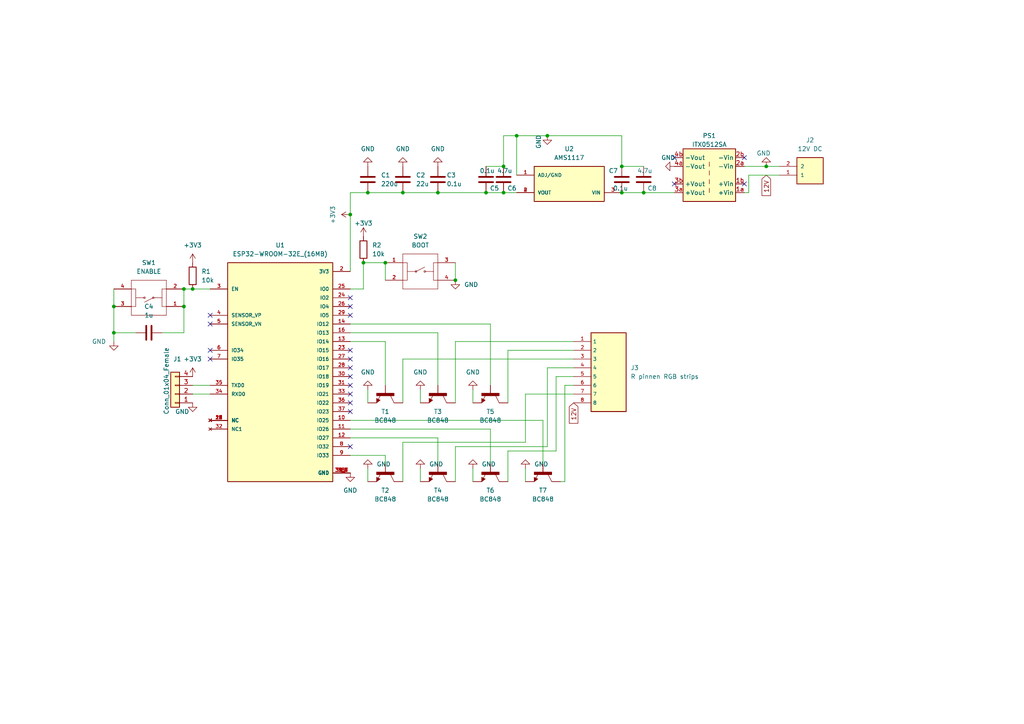
<source format=kicad_sch>
(kicad_sch (version 20211123) (generator eeschema)
  (paper "A4")
  (lib_symbols
    (symbol "1825910-6:1825910-6" (pin_names (offset 1.016) hide)
      (property "Reference" "SW" (at -5.08 5.842 0))
      (property "Value" "1825910-6" (at -5.08 -7.62 0))
      (symbol "1825910-6_0_0"
        (circle (center -1.27 0) (radius 0.254) (stroke (width 0.127)))
        (polyline (pts (xy -5.08 -5.08) (xy 5.08 -5.08)) (stroke (width 0.127)))
        (polyline (pts (xy -5.08 -2.54) (xy -5.08 -5.08)) (stroke (width 0.127)))
        (polyline (pts (xy -5.08 2.54) (xy -5.08 -2.54)) (stroke (width 0.127)))
        (polyline (pts (xy -5.08 2.54) (xy -3.81 2.54)) (stroke (width 0.127)))
        (polyline (pts (xy -5.08 5.08) (xy -5.08 2.54)) (stroke (width 0.127)))
        (polyline (pts (xy -5.08 5.08) (xy 5.08 5.08)) (stroke (width 0.127)))
        (polyline (pts (xy -3.81 -2.54) (xy -5.08 -2.54)) (stroke (width 0.127)))
        (polyline (pts (xy -3.81 0) (xy -3.81 -2.54)) (stroke (width 0.127)))
        (polyline (pts (xy -3.81 0) (xy -1.27 0)) (stroke (width 0.127)))
        (polyline (pts (xy -3.81 2.54) (xy -3.81 0)) (stroke (width 0.127)))
        (polyline (pts (xy -1.27 0) (xy 1.27 1.27)) (stroke (width 0.127)))
        (polyline (pts (xy 1.27 0) (xy 3.81 0)) (stroke (width 0.127)))
        (polyline (pts (xy 3.81 -2.54) (xy 5.08 -2.54)) (stroke (width 0.127)))
        (polyline (pts (xy 3.81 0) (xy 3.81 -2.54)) (stroke (width 0.127)))
        (polyline (pts (xy 3.81 0) (xy 3.81 2.54)) (stroke (width 0.127)))
        (polyline (pts (xy 3.81 2.54) (xy 5.08 2.54)) (stroke (width 0.127)))
        (polyline (pts (xy 5.08 -2.54) (xy 5.08 -5.08)) (stroke (width 0.127)))
        (polyline (pts (xy 5.08 2.54) (xy 5.08 -2.54)) (stroke (width 0.127)))
        (polyline (pts (xy 5.08 5.08) (xy 5.08 2.54)) (stroke (width 0.127)))
        (circle (center 1.27 0) (radius 0.254) (stroke (width 0.127)))
        (pin passive line (at -10.16 2.54 0) (length 5.08) (name "~") (number "1"))
        (pin passive line (at -10.16 -2.54 0) (length 5.08) (name "~") (number "2"))
        (pin passive line (at 10.16 2.54 180) (length 5.08) (name "~") (number "3"))
        (pin passive line (at 10.16 -2.54 180) (length 5.08) (name "~") (number "4"))
      )
    )
    (symbol "282841-2:282841-2" (pin_names (offset 1.016))
      (property "Reference" "J" (at 0 10.16 0))
      (property "Value" "282841-2" (at 0 -7.62 0))
      (symbol "282841-2_0_0"
        (rectangle (start -5.08 -2.54) (end 2.54 5.08) (stroke (width 0.254)) (fill (type background)))
        (pin passive line (at -10.16 2.54 0) (length 5.08) (name "1") (number "1"))
        (pin passive line (at -10.16 0 0) (length 5.08) (name "2") (number "2"))
      )
    )
    (symbol "282841-5:8_pin_connector"
      (property "Reference" "U" (at -5.08 12.7 0))
      (property "Value" "8_pin_connector" (at 0 -13.97 0))
      (symbol "8_pin_connector_0_0"
        (pin passive line (at -10.16 8.89 0) (length 5.08) (name "1") (number "1"))
        (pin passive line (at -10.16 6.35 0) (length 5.08) (name "2") (number "2"))
        (pin passive line (at -10.16 3.81 0) (length 5.08) (name "3") (number "3"))
        (pin passive line (at -10.16 1.27 0) (length 5.08) (name "4") (number "4"))
        (pin passive line (at -10.16 -1.27 0) (length 5.08) (name "5") (number "5"))
        (pin passive line (at -10.16 -3.81 0) (length 5.08) (name "6") (number "6"))
        (pin passive line (at -10.16 -6.35 0) (length 5.08) (name "7") (number "7"))
        (pin passive line (at -10.16 -8.89 0) (length 5.08) (name "8") (number "8"))
      )
      (symbol "8_pin_connector_0_1"
        (rectangle (start -5.08 11.43) (end 5.08 -11.43))
        (rectangle (start -5.08 11.43) (end 5.08 -11.43) (fill (type background)))
        (polyline (pts (xy -5.08 11.43) (xy -5.08 -11.43) (xy 5.08 -11.43) (xy 5.08 11.43) (xy -5.08 11.43)) (stroke (width 0.254)))
      )
    )
    (symbol "AMS1117:AMS1117" (pin_names (offset 1.016))
      (property "Reference" "U" (at -10.16 5.588 0))
      (property "Value" "AMS1117" (at -10.16 -8.128 0))
      (symbol "AMS1117_0_0"
        (rectangle (start -10.16 -5.08) (end 10.16 5.08) (stroke (width 0.254)) (fill (type background)))
        (pin power_in line (at 15.24 -2.54 180) (length 5.08) (name "ADJ/GND") (number "1"))
        (pin output line (at 15.24 2.54 180) (length 5.08) (name "VOUT") (number "2"))
        (pin input line (at -15.24 2.54 0) (length 5.08) (name "VIN") (number "3"))
        (pin output line (at 15.24 2.54 180) (length 5.08) (name "VOUT") (number "4"))
      )
    )
    (symbol "BC848:BC848" (pin_numbers hide) (pin_names (offset 1.016) hide)
      (property "Reference" "T" (at -10.1854 7.6454 0))
      (property "Value" "BC848" (at -10.16 5.08 0))
      (symbol "BC848_0_0"
        (rectangle (start -0.254 -2.54) (end 0.508 2.54) (fill (type outline)))
        (polyline (pts (xy 1.27 -2.54) (xy 1.778 -1.524)) (stroke (width 0.1524)))
        (polyline (pts (xy 1.524 -2.413) (xy 2.286 -2.413)) (stroke (width 0.254)))
        (polyline (pts (xy 1.524 -2.286) (xy 1.905 -2.286)) (stroke (width 0.254)))
        (polyline (pts (xy 1.5494 -2.032) (xy 0.3048 -1.4224)) (stroke (width 0.1524)))
        (polyline (pts (xy 1.778 -1.778) (xy 1.524 -2.286)) (stroke (width 0.254)))
        (polyline (pts (xy 1.778 -1.524) (xy 2.54 -2.54)) (stroke (width 0.1524)))
        (polyline (pts (xy 1.905 -2.286) (xy 1.778 -2.032)) (stroke (width 0.254)))
        (polyline (pts (xy 2.286 -2.413) (xy 1.778 -1.778)) (stroke (width 0.254)))
        (polyline (pts (xy 2.54 -2.54) (xy 1.27 -2.54)) (stroke (width 0.1524)))
        (polyline (pts (xy 2.54 2.54) (xy 0.508 1.524)) (stroke (width 0.1524)))
        (pin passive line (at -2.54 0 0) (length 2.54) (name "~") (number "1"))
        (pin passive line (at 2.54 -5.08 90) (length 2.54) (name "~") (number "2"))
        (pin passive line (at 2.54 5.08 270) (length 2.54) (name "~") (number "3"))
      )
    )
    (symbol "Connector_Generic:Conn_01x04" (pin_names (offset 1.016) hide)
      (property "Reference" "J" (at 0 5.08 0))
      (property "Value" "Conn_01x04" (at 0 -7.62 0))
      (symbol "Conn_01x04_1_1"
        (rectangle (start -1.27 -4.953) (end 0 -5.207) (stroke (width 0.1524)))
        (rectangle (start -1.27 -2.413) (end 0 -2.667) (stroke (width 0.1524)))
        (rectangle (start -1.27 0.127) (end 0 -0.127) (stroke (width 0.1524)))
        (rectangle (start -1.27 2.667) (end 0 2.413) (stroke (width 0.1524)))
        (rectangle (start -1.27 3.81) (end 1.27 -6.35) (stroke (width 0.254)) (fill (type background)))
        (pin passive line (at -5.08 2.54 0) (length 3.81) (name "Pin_1") (number "1"))
        (pin passive line (at -5.08 0 0) (length 3.81) (name "Pin_2") (number "2"))
        (pin passive line (at -5.08 -2.54 0) (length 3.81) (name "Pin_3") (number "3"))
        (pin passive line (at -5.08 -5.08 0) (length 3.81) (name "Pin_4") (number "4"))
      )
    )
    (symbol "Converter_DCDC:ITX0512SA"
      (property "Reference" "PS1" (at 0 -11.43 0))
      (property "Value" "ITX0512SA" (at 0 -8.89 0))
      (symbol "ITX0512SA_0_0"
        (pin power_in line (at -10.16 5.08 0) (length 2.54) (name "+Vin") (number "1a"))
        (pin power_in line (at -10.16 2.54 0) (length 2.54) (name "+Vin") (number "1b"))
        (pin power_in line (at -10.16 -2.54 0) (length 2.54) (name "-Vin") (number "2a"))
        (pin power_in line (at -10.16 -5.08 0) (length 2.54) (name "-Vin") (number "2b"))
        (pin power_out line (at 10.16 5.08 180) (length 2.54) (name "+Vout") (number "3a"))
        (pin power_out line (at 10.16 2.54 180) (length 2.54) (name "+Vout") (number "3b"))
        (pin power_out line (at 10.16 -2.54 180) (length 2.54) (name "-Vout") (number "4a"))
        (pin power_out line (at 10.16 -5.08 180) (length 2.54) (name "-Vout") (number "4b"))
      )
      (symbol "ITX0512SA_0_1"
        (rectangle (start -7.62 7.62) (end 7.62 -7.62) (stroke (width 0.254)) (fill (type background)))
        (polyline (pts (xy 0 -2.54) (xy 0 -3.81)))
        (polyline (pts (xy 0 0) (xy 0 -1.27)))
        (polyline (pts (xy 0 2.54) (xy 0 1.27)))
        (polyline (pts (xy 0 5.08) (xy 0 3.81)))
      )
    )
    (symbol "Device:C" (pin_numbers hide) (pin_names (offset 0.254))
      (property "Reference" "C" (at 0.635 2.54 0))
      (property "Value" "C" (at 0.635 -2.54 0))
      (symbol "C_0_1"
        (polyline (pts (xy -2.032 -0.762) (xy 2.032 -0.762)) (stroke (width 0.508)))
        (polyline (pts (xy -2.032 0.762) (xy 2.032 0.762)) (stroke (width 0.508)))
      )
      (symbol "C_1_1"
        (pin passive line (at 0 3.81 270) (length 2.794) (name "~") (number "1"))
        (pin passive line (at 0 -3.81 90) (length 2.794) (name "~") (number "2"))
      )
    )
    (symbol "Device:R" (pin_numbers hide) (pin_names (offset 0))
      (property "Reference" "R" (at 2.032 0 90))
      (property "Value" "R" (at 0 0 90))
      (symbol "R_0_1"
        (rectangle (start -1.016 -2.54) (end 1.016 2.54) (stroke (width 0.254)))
      )
      (symbol "R_1_1"
        (pin passive line (at 0 3.81 270) (length 1.27) (name "~") (number "1"))
        (pin passive line (at 0 -3.81 90) (length 1.27) (name "~") (number "2"))
      )
    )
    (symbol "ESP32-WROOM-32E__16MB_:ESP32-WROOM-32E_(16MB)" (pin_names (offset 1.016))
      (property "Reference" "U" (at -15.24 33.909 0))
      (property "Value" "ESP32-WROOM-32E_(16MB)" (at -15.24 -33.02 0))
      (symbol "ESP32-WROOM-32E_(16MB)_0_0"
        (rectangle (start -15.24 -30.48) (end 15.24 33.02) (stroke (width 0.254)) (fill (type background)))
        (pin power_in line (at 20.32 -27.94 180) (length 5.08) (name "GND") (number "1"))
        (pin bidirectional line (at 20.32 -12.7 180) (length 5.08) (name "IO25") (number "10"))
        (pin bidirectional line (at 20.32 -15.24 180) (length 5.08) (name "IO26") (number "11"))
        (pin bidirectional line (at 20.32 -17.78 180) (length 5.08) (name "IO27") (number "12"))
        (pin bidirectional line (at 20.32 10.16 180) (length 5.08) (name "IO14") (number "13"))
        (pin bidirectional line (at 20.32 15.24 180) (length 5.08) (name "IO12") (number "14"))
        (pin power_in line (at 20.32 -27.94 180) (length 5.08) (name "GND") (number "15"))
        (pin bidirectional line (at 20.32 12.7 180) (length 5.08) (name "IO13") (number "16"))
        (pin no_connect line (at -20.32 -12.7 0) (length 5.08) (name "NC") (number "17"))
        (pin no_connect line (at -20.32 -12.7 0) (length 5.08) (name "NC") (number "18"))
        (pin no_connect line (at -20.32 -12.7 0) (length 5.08) (name "NC") (number "19"))
        (pin power_in line (at 20.32 30.48 180) (length 5.08) (name "3V3") (number "2"))
        (pin no_connect line (at -20.32 -12.7 0) (length 5.08) (name "NC") (number "20"))
        (pin no_connect line (at -20.32 -12.7 0) (length 5.08) (name "NC") (number "21"))
        (pin no_connect line (at -20.32 -12.7 0) (length 5.08) (name "NC") (number "22"))
        (pin bidirectional line (at 20.32 7.62 180) (length 5.08) (name "IO15") (number "23"))
        (pin bidirectional line (at 20.32 22.86 180) (length 5.08) (name "IO2") (number "24"))
        (pin bidirectional line (at 20.32 25.4 180) (length 5.08) (name "IO0") (number "25"))
        (pin bidirectional line (at 20.32 20.32 180) (length 5.08) (name "IO4") (number "26"))
        (pin bidirectional line (at 20.32 5.08 180) (length 5.08) (name "IO16") (number "27"))
        (pin bidirectional line (at 20.32 2.54 180) (length 5.08) (name "IO17") (number "28"))
        (pin bidirectional line (at 20.32 17.78 180) (length 5.08) (name "IO5") (number "29"))
        (pin input line (at -20.32 25.4 0) (length 5.08) (name "EN") (number "3"))
        (pin bidirectional line (at 20.32 0 180) (length 5.08) (name "IO18") (number "30"))
        (pin bidirectional line (at 20.32 -2.54 180) (length 5.08) (name "IO19") (number "31"))
        (pin no_connect line (at -20.32 -15.24 0) (length 5.08) (name "NC1") (number "32"))
        (pin bidirectional line (at 20.32 -5.08 180) (length 5.08) (name "IO21") (number "33"))
        (pin bidirectional line (at -20.32 -5.08 0) (length 5.08) (name "RXD0") (number "34"))
        (pin bidirectional line (at -20.32 -2.54 0) (length 5.08) (name "TXD0") (number "35"))
        (pin bidirectional line (at 20.32 -7.62 180) (length 5.08) (name "IO22") (number "36"))
        (pin bidirectional line (at 20.32 -10.16 180) (length 5.08) (name "IO23") (number "37"))
        (pin power_in line (at 20.32 -27.94 180) (length 5.08) (name "GND") (number "38"))
        (pin power_in line (at 20.32 -27.94 180) (length 5.08) (name "GND") (number "39_1"))
        (pin power_in line (at 20.32 -27.94 180) (length 5.08) (name "GND") (number "39_2"))
        (pin power_in line (at 20.32 -27.94 180) (length 5.08) (name "GND") (number "39_3"))
        (pin power_in line (at 20.32 -27.94 180) (length 5.08) (name "GND") (number "39_4"))
        (pin power_in line (at 20.32 -27.94 180) (length 5.08) (name "GND") (number "39_5"))
        (pin power_in line (at 20.32 -27.94 180) (length 5.08) (name "GND") (number "39_6"))
        (pin power_in line (at 20.32 -27.94 180) (length 5.08) (name "GND") (number "39_7"))
        (pin power_in line (at 20.32 -27.94 180) (length 5.08) (name "GND") (number "39_8"))
        (pin power_in line (at 20.32 -27.94 180) (length 5.08) (name "GND") (number "39_9"))
        (pin input line (at -20.32 17.78 0) (length 5.08) (name "SENSOR_VP") (number "4"))
        (pin input line (at -20.32 15.24 0) (length 5.08) (name "SENSOR_VN") (number "5"))
        (pin input line (at -20.32 7.62 0) (length 5.08) (name "IO34") (number "6"))
        (pin input line (at -20.32 5.08 0) (length 5.08) (name "IO35") (number "7"))
        (pin bidirectional line (at 20.32 -20.32 180) (length 5.08) (name "IO32") (number "8"))
        (pin bidirectional line (at 20.32 -22.86 180) (length 5.08) (name "IO33") (number "9"))
      )
    )
    (symbol "power:+3V3" (power) (pin_names (offset 0))
      (property "Value" "+3V3" (at 0 3.556 0))
      (symbol "+3V3_0_1"
        (polyline (pts (xy -0.762 1.27) (xy 0 2.54)))
        (polyline (pts (xy 0 0) (xy 0 2.54)))
        (polyline (pts (xy 0 2.54) (xy 0.762 1.27)))
      )
      (symbol "+3V3_1_1"
        (pin power_in line (at 0 0 90) (length 0) hide (name "+3V3") (number "1"))
      )
    )
    (symbol "power:GND" (power) (pin_names (offset 0))
      (property "Value" "GND" (at 0 -3.81 0))
      (symbol "GND_0_1"
        (polyline (pts (xy 0 0) (xy 0 -1.27) (xy 1.27 -1.27) (xy 0 -2.54) (xy -1.27 -1.27) (xy 0 -1.27)))
      )
      (symbol "GND_1_1"
        (pin power_in line (at 0 0 270) (length 0) hide (name "GND") (number "1"))
      )
    )
  )
  (junction (at 186.69 55.88))
  (junction (at 222.25 48.26))
  (junction (at 146.05 55.88))
  (junction (at 132.08 81.28))
  (junction (at 116.84 55.88))
  (junction (at 53.34 83.82))
  (junction (at 158.75 39.37))
  (junction (at 127 55.88))
  (junction (at 53.34 88.9))
  (junction (at 106.68 55.88))
  (junction (at 105.41 76.2))
  (junction (at 140.97 55.88))
  (junction (at 180.34 48.26))
  (junction (at 33.02 96.52))
  (junction (at 111.76 76.2))
  (junction (at 149.86 39.37))
  (junction (at 55.88 83.82))
  (junction (at 101.6 62.23))
  (junction (at 33.02 88.9))
  (junction (at 146.05 48.26))
  (junction (at 180.34 55.88))
  (no_connect (at 195.58 53.34))
  (no_connect (at 215.9 45.72))
  (no_connect (at 195.58 45.72))
  (no_connect (at 215.9 53.34))
  (no_connect (at 60.96 101.6))
  (no_connect (at 60.96 104.14))
  (no_connect (at 60.96 91.44))
  (no_connect (at 60.96 93.98))
  (no_connect (at 101.6 111.76))
  (no_connect (at 101.6 114.3))
  (no_connect (at 101.6 116.84))
  (no_connect (at 101.6 119.38))
  (no_connect (at 101.6 129.54))
  (no_connect (at 101.6 104.14))
  (no_connect (at 101.6 109.22))
  (no_connect (at 101.6 101.6))
  (no_connect (at 101.6 106.68))
  (no_connect (at 101.6 88.9))
  (no_connect (at 101.6 91.44))
  (no_connect (at 101.6 86.36))
  (wire (pts (xy 158.75 129.54) (xy 158.75 106.68)))
  (wire (pts (xy 101.6 83.82) (xy 105.41 83.82)))
  (wire (pts (xy 132.08 129.54) (xy 158.75 129.54)))
  (wire (pts (xy 116.84 139.7) (xy 116.84 128.27)))
  (wire (pts (xy 105.41 76.2) (xy 105.41 83.82)))
  (wire (pts (xy 33.02 96.52) (xy 33.02 99.06)))
  (wire (pts (xy 127 127) (xy 127 134.62)))
  (wire (pts (xy 116.84 104.14) (xy 166.37 104.14)))
  (wire (pts (xy 33.02 88.9) (xy 33.02 83.82)))
  (wire (pts (xy 53.34 96.52) (xy 53.34 88.9)))
  (wire (pts (xy 106.68 55.88) (xy 116.84 55.88)))
  (wire (pts (xy 111.76 132.08) (xy 111.76 134.62)))
  (wire (pts (xy 137.16 113.03) (xy 137.16 116.84)))
  (wire (pts (xy 105.41 76.2) (xy 111.76 76.2)))
  (wire (pts (xy 146.05 55.88) (xy 149.86 55.88)))
  (wire (pts (xy 121.92 113.03) (xy 121.92 116.84)))
  (wire (pts (xy 163.83 111.76) (xy 166.37 111.76)))
  (wire (pts (xy 111.76 76.2) (xy 111.76 81.28)))
  (wire (pts (xy 55.88 111.76) (xy 60.96 111.76)))
  (wire (pts (xy 180.34 48.26) (xy 180.34 39.37)))
  (wire (pts (xy 132.08 139.7) (xy 132.08 129.54)))
  (wire (pts (xy 140.97 55.88) (xy 146.05 55.88)))
  (wire (pts (xy 101.6 99.06) (xy 111.76 99.06)))
  (wire (pts (xy 157.48 121.92) (xy 157.48 134.62)))
  (wire (pts (xy 161.29 130.81) (xy 161.29 109.22)))
  (wire (pts (xy 222.25 48.26) (xy 226.06 48.26)))
  (wire (pts (xy 149.86 39.37) (xy 146.05 39.37)))
  (wire (pts (xy 142.24 93.98) (xy 142.24 111.76)))
  (wire (pts (xy 33.02 96.52) (xy 39.37 96.52)))
  (wire (pts (xy 147.32 101.6) (xy 166.37 101.6)))
  (wire (pts (xy 215.9 55.88) (xy 217.17 55.88)))
  (wire (pts (xy 137.16 135.89) (xy 137.16 139.7)))
  (wire (pts (xy 116.84 128.27) (xy 152.4 128.27)))
  (wire (pts (xy 101.6 96.52) (xy 127 96.52)))
  (wire (pts (xy 180.34 48.26) (xy 186.69 48.26)))
  (wire (pts (xy 158.75 39.37) (xy 149.86 39.37)))
  (wire (pts (xy 101.6 62.23) (xy 101.6 78.74)))
  (wire (pts (xy 111.76 99.06) (xy 111.76 111.76)))
  (wire (pts (xy 55.88 114.3) (xy 60.96 114.3)))
  (wire (pts (xy 101.6 93.98) (xy 142.24 93.98)))
  (wire (pts (xy 215.9 48.26) (xy 222.25 48.26)))
  (wire (pts (xy 163.83 139.7) (xy 163.83 111.76)))
  (wire (pts (xy 152.4 135.89) (xy 152.4 139.7)))
  (wire (pts (xy 116.84 55.88) (xy 127 55.88)))
  (wire (pts (xy 180.34 39.37) (xy 158.75 39.37)))
  (wire (pts (xy 101.6 132.08) (xy 111.76 132.08)))
  (wire (pts (xy 101.6 55.88) (xy 106.68 55.88)))
  (wire (pts (xy 186.69 55.88) (xy 195.58 55.88)))
  (wire (pts (xy 152.4 128.27) (xy 152.4 114.3)))
  (wire (pts (xy 161.29 109.22) (xy 166.37 109.22)))
  (wire (pts (xy 101.6 55.88) (xy 101.6 62.23)))
  (wire (pts (xy 132.08 99.06) (xy 166.37 99.06)))
  (wire (pts (xy 146.05 39.37) (xy 146.05 48.26)))
  (wire (pts (xy 152.4 114.3) (xy 166.37 114.3)))
  (wire (pts (xy 53.34 88.9) (xy 53.34 83.82)))
  (wire (pts (xy 121.92 135.89) (xy 121.92 139.7)))
  (wire (pts (xy 142.24 124.46) (xy 142.24 134.62)))
  (wire (pts (xy 217.17 55.88) (xy 217.17 50.8)))
  (wire (pts (xy 147.32 139.7) (xy 147.32 130.81)))
  (wire (pts (xy 147.32 116.84) (xy 147.32 101.6)))
  (wire (pts (xy 140.97 48.26) (xy 146.05 48.26)))
  (wire (pts (xy 53.34 83.82) (xy 55.88 83.82)))
  (wire (pts (xy 147.32 130.81) (xy 161.29 130.81)))
  (wire (pts (xy 46.99 96.52) (xy 53.34 96.52)))
  (wire (pts (xy 132.08 116.84) (xy 132.08 99.06)))
  (wire (pts (xy 217.17 50.8) (xy 226.06 50.8)))
  (wire (pts (xy 101.6 127) (xy 127 127)))
  (wire (pts (xy 127 96.52) (xy 127 111.76)))
  (wire (pts (xy 106.68 113.03) (xy 106.68 116.84)))
  (wire (pts (xy 101.6 124.46) (xy 142.24 124.46)))
  (wire (pts (xy 162.56 139.7) (xy 163.83 139.7)))
  (wire (pts (xy 106.68 135.89) (xy 106.68 139.7)))
  (wire (pts (xy 158.75 106.68) (xy 166.37 106.68)))
  (wire (pts (xy 132.08 76.2) (xy 132.08 81.28)))
  (wire (pts (xy 101.6 121.92) (xy 157.48 121.92)))
  (wire (pts (xy 149.86 39.37) (xy 149.86 50.8)))
  (wire (pts (xy 116.84 116.84) (xy 116.84 104.14)))
  (wire (pts (xy 127 55.88) (xy 140.97 55.88)))
  (wire (pts (xy 33.02 88.9) (xy 33.02 96.52)))
  (wire (pts (xy 186.69 55.88) (xy 180.34 55.88)))
  (wire (pts (xy 55.88 83.82) (xy 60.96 83.82)))
  (global_label "12V" (shape input) (at 166.37 116.84 270) (property "Intersheet References" "${INTERSHEET_REFS}" (effects hide)))
  (global_label "12V" (shape input) (at 222.25 50.8 270) (property "Intersheet References" "${INTERSHEET_REFS}" (effects hide)))
  (symbol (lib_id "power:GND") (at 127 48.26 180) (unit 1)
    (property "Reference" "#PWR010" (effects hide))
    (property "Value" "GND" (at 127 43.18 0))
  )
  (symbol (lib_id "Device:R") (at 55.88 80.01 0) (unit 1)
    (property "Reference" "R1" (at 58.42 78.7399 0) (effects (justify left)))
    (property "Value" "10k" (at 58.42 81.2799 0) (effects (justify left)))
    (property "Footprint" "Resistor_SMD:R_0805_2012Metric" (effects hide))
  )
  (symbol (lib_id "power:+3V3") (at 55.88 109.22 0) (unit 1)
    (property "Reference" "#PWR0102" (effects hide))
    (property "Value" "+3V3" (at 55.88 104.14 0))
  )
  (symbol (lib_id "BC848:BC848") (at 111.76 114.3 270) (unit 1)
    (property "Reference" "T1" (at 111.76 119.38 90))
    (property "Value" "BC848" (at 111.76 121.92 90))
    (property "Footprint" "libraries:SOT23" (effects hide))
  )
  (symbol (lib_id "power:GND") (at 132.08 81.28 0) (unit 1)
    (property "Reference" "#PWR0101" (effects hide))
    (property "Value" "GND" (at 134.62 82.5499 0) (effects (justify left)))
  )
  (symbol (lib_id "282841-5:8_pin_connector") (at 176.53 107.95 0) (unit 1)
    (property "Reference" "J3" (at 182.88 106.6799 0) (effects (justify left)))
    (property "Value" "R pinnen RGB strips" (at 182.88 109.2199 0) (effects (justify left)))
    (property "Footprint" "libraries:TE_282841-8" (effects hide))
  )
  (symbol (lib_id "ESP32-WROOM-32E__16MB_:ESP32-WROOM-32E_(16MB)") (at 81.28 109.22 0) (unit 1)
    (property "Reference" "U1" (at 81.28 71.12 0))
    (property "Value" "ESP32-WROOM-32E_(16MB)" (at 81.28 73.66 0))
    (property "Footprint" "libraries:XCVR_ESP32-WROOM-32E_(16MB)" (effects hide))
    (property "PARTREV" "1.4" (effects hide))
    (property "STANDARD" "Manufacturer Recommendations" (effects hide))
    (property "MAXIMUM_PACKAGE_HEIGHT" "3.25mm" (effects hide))
    (property "MANUFACTURER" "Espressif Systems" (effects hide))
  )
  (symbol (lib_id "1825910-6:1825910-6") (at 121.92 78.74 0) (unit 1)
    (property "Reference" "SW2" (at 121.92 68.58 0))
    (property "Value" "BOOT" (at 121.92 71.12 0))
    (property "Footprint" "libraries:SW_1825910-6-4" (effects hide))
    (property "Comment" "1825910-6" (effects hide))
  )
  (symbol (lib_id "BC848:BC848") (at 142.24 137.16 270) (unit 1)
    (property "Reference" "T6" (at 142.24 142.24 90))
    (property "Value" "BC848" (at 142.24 144.78 90))
    (property "Footprint" "libraries:SOT23" (effects hide))
  )
  (symbol (lib_id "Device:C") (at 186.69 52.07 180) (unit 1)
    (property "Reference" "C8" (at 190.5 54.61 0) (effects (justify left)))
    (property "Value" "4.7u" (at 189.23 49.53 0) (effects (justify left)))
    (property "Footprint" "Capacitor_SMD:C_0805_2012Metric" (effects hide))
  )
  (symbol (lib_id "power:+3V3") (at 105.41 68.58 0) (unit 1)
    (property "Reference" "#PWR0106" (effects hide))
    (property "Value" "+3V3" (at 105.41 64.77 0))
  )
  (symbol (lib_id "Device:C") (at 146.05 52.07 180) (unit 1)
    (property "Reference" "C6" (at 149.86 54.61 0) (effects (justify left)))
    (property "Value" "4.7u" (at 148.59 49.53 0) (effects (justify left)))
    (property "Footprint" "Capacitor_SMD:C_0805_2012Metric" (effects hide))
  )
  (symbol (lib_id "Connector_Generic:Conn_01x04") (at 50.8 114.3 180) (unit 1)
    (property "Reference" "J1" (at 51.435 104.14 0))
    (property "Value" "Conn_01x04_Female" (at 48.26 110.49 90))
    (property "Footprint" "Connector_PinHeader_2.54mm:PinHeader_1x04_P2.54mm_Vertical" (effects hide))
  )
  (symbol (lib_id "Device:C") (at 116.84 52.07 180) (unit 1)
    (property "Reference" "C2" (at 120.65 50.7999 0) (effects (justify right)))
    (property "Value" "22u" (at 120.65 53.3399 0) (effects (justify right)))
    (property "Footprint" "Capacitor_SMD:C_0805_2012Metric" (effects hide))
  )
  (symbol (lib_id "power:GND") (at 152.4 135.89 180) (unit 1)
    (property "Reference" "#PWR014" (effects hide))
    (property "Value" "GND" (at 154.94 134.6199 0) (effects (justify right)))
  )
  (symbol (lib_id "power:GND") (at 55.88 116.84 0) (unit 1)
    (property "Reference" "#PWR0103" (effects hide))
    (property "Value" "GND" (at 50.8 119.38 0) (effects (justify left)))
  )
  (symbol (lib_id "power:+3V3") (at 55.88 76.2 0) (unit 1)
    (property "Reference" "#PWR0107" (effects hide))
    (property "Value" "+3V3" (at 55.88 71.12 0))
  )
  (symbol (lib_id "power:GND") (at 137.16 113.03 180) (unit 1)
    (property "Reference" "#PWR011" (effects hide))
    (property "Value" "GND" (at 137.16 107.95 0))
  )
  (symbol (lib_id "power:GND") (at 121.92 113.03 180) (unit 1)
    (property "Reference" "#PWR08" (effects hide))
    (property "Value" "GND" (at 121.92 107.95 0))
  )
  (symbol (lib_id "Device:C") (at 180.34 52.07 0) (unit 1)
    (property "Reference" "C7" (at 176.53 49.53 0) (effects (justify left)))
    (property "Value" "0.1u" (at 177.8 54.61 0) (effects (justify left)))
    (property "Footprint" "Capacitor_SMD:C_0805_2012Metric" (effects hide))
  )
  (symbol (lib_id "282841-2:282841-2") (at 236.22 48.26 0) (mirror x) (unit 1)
    (property "Reference" "J2" (at 234.95 40.64 0))
    (property "Value" "12V DC" (at 234.95 43.18 0))
    (property "Footprint" "libraries:TE_282841-2" (effects hide))
    (property "Comment" "282841-2" (effects hide))
    (property "EU_RoHS_Compliance" "Compliant with Exemptions" (effects hide))
  )
  (symbol (lib_id "power:GND") (at 106.68 135.89 180) (unit 1)
    (property "Reference" "#PWR05" (effects hide))
    (property "Value" "GND" (at 109.22 134.6199 0) (effects (justify right)))
  )
  (symbol (lib_id "power:GND") (at 101.6 137.16 0) (unit 1)
    (property "Reference" "#PWR02" (effects hide))
    (property "Value" "GND" (at 101.6 142.24 0))
  )
  (symbol (lib_id "Converter_DCDC:ITX0512SA") (at 205.74 50.8 180) (unit 1)
    (property "Reference" "PS1" (at 205.74 39.37 0))
    (property "Value" "ITX0512SA" (at 205.74 41.91 0))
    (property "Footprint" "libraries:Buck Converter" (effects hide))
  )
  (symbol (lib_id "BC848:BC848") (at 127 137.16 270) (unit 1)
    (property "Reference" "T4" (at 127 142.24 90))
    (property "Value" "BC848" (at 127 144.78 90))
    (property "Footprint" "libraries:SOT23" (effects hide))
  )
  (symbol (lib_id "power:GND") (at 116.84 48.26 180) (unit 1)
    (property "Reference" "#PWR07" (effects hide))
    (property "Value" "GND" (at 116.84 43.18 0))
  )
  (symbol (lib_id "power:+3V3") (at 101.6 62.23 90) (unit 1)
    (property "Reference" "#PWR0104" (effects hide))
    (property "Value" "+3V3" (at 96.52 59.69 0) (effects (justify right)))
  )
  (symbol (lib_id "BC848:BC848") (at 142.24 114.3 270) (unit 1)
    (property "Reference" "T5" (at 142.24 119.38 90))
    (property "Value" "BC848" (at 142.24 121.92 90))
    (property "Footprint" "libraries:SOT23" (effects hide))
  )
  (symbol (lib_id "AMS1117:AMS1117") (at 165.1 53.34 180) (unit 1)
    (property "Reference" "U2" (at 165.1 43.18 0))
    (property "Value" "AMS1117" (at 165.1 45.72 0))
    (property "Footprint" "libraries:SOT229P700X180-4N" (effects hide))
    (property "MANUFACTURER" "AMS" (effects hide))
    (property "MAXIMUM_PACKAGE_HEIGHT" "1.8mm" (effects hide))
    (property "PARTREV" "N/A" (effects hide))
    (property "STANDARD" "IPC-7351B" (effects hide))
  )
  (symbol (lib_id "BC848:BC848") (at 157.48 137.16 270) (unit 1)
    (property "Reference" "T7" (at 157.48 142.24 90))
    (property "Value" "BC848" (at 157.48 144.78 90))
    (property "Footprint" "libraries:SOT23" (effects hide))
  )
  (symbol (lib_id "Device:C") (at 127 52.07 180) (unit 1)
    (property "Reference" "C3" (at 129.54 50.8 0) (effects (justify right)))
    (property "Value" "0.1u" (at 129.54 53.34 0) (effects (justify right)))
    (property "Footprint" "Capacitor_SMD:C_0805_2012Metric" (effects hide))
  )
  (symbol (lib_id "Device:C") (at 140.97 52.07 180) (unit 1)
    (property "Reference" "C5" (at 144.78 54.61 0) (effects (justify left)))
    (property "Value" "0.1u" (at 143.51 49.53 0) (effects (justify left)))
    (property "Footprint" "Capacitor_SMD:C_0805_2012Metric" (effects hide))
  )
  (symbol (lib_id "Device:R") (at 105.41 72.39 0) (unit 1)
    (property "Reference" "R2" (at 107.95 71.1199 0) (effects (justify left)))
    (property "Value" "10k" (at 107.95 73.6599 0) (effects (justify left)))
    (property "Footprint" "Resistor_SMD:R_0805_2012Metric" (effects hide))
  )
  (symbol (lib_id "BC848:BC848") (at 111.76 137.16 270) (unit 1)
    (property "Reference" "T2" (at 111.76 142.24 90))
    (property "Value" "BC848" (at 111.76 144.78 90))
    (property "Footprint" "libraries:SOT23" (effects hide))
  )
  (symbol (lib_id "Device:C") (at 106.68 52.07 180) (unit 1)
    (property "Reference" "C1" (at 110.49 50.7999 0) (effects (justify right)))
    (property "Value" "220u" (at 110.49 53.3399 0) (effects (justify right)))
    (property "Footprint" "Capacitor_SMD:C_0805_2012Metric" (effects hide))
  )
  (symbol (lib_id "power:GND") (at 195.58 48.26 270) (unit 1)
    (property "Reference" "#PWR0105" (effects hide))
    (property "Value" "GND" (at 191.77 45.72 90) (effects (justify left)))
  )
  (symbol (lib_id "power:GND") (at 106.68 113.03 180) (unit 1)
    (property "Reference" "#PWR04" (effects hide))
    (property "Value" "GND" (at 106.68 107.95 0))
  )
  (symbol (lib_id "BC848:BC848") (at 127 114.3 270) (unit 1)
    (property "Reference" "T3" (at 127 119.38 90))
    (property "Value" "BC848" (at 127 121.92 90))
    (property "Footprint" "libraries:SOT23" (effects hide))
  )
  (symbol (lib_id "power:GND") (at 137.16 135.89 180) (unit 1)
    (property "Reference" "#PWR012" (effects hide))
    (property "Value" "GND" (at 139.7 134.6199 0) (effects (justify right)))
  )
  (symbol (lib_id "power:GND") (at 33.02 99.06 0) (unit 1)
    (property "Reference" "#PWR0108" (effects hide))
    (property "Value" "GND" (at 26.67 99.06 0) (effects (justify left)))
  )
  (symbol (lib_id "power:GND") (at 106.68 48.26 180) (unit 1)
    (property "Reference" "#PWR03" (effects hide))
    (property "Value" "GND" (at 106.68 43.18 0))
  )
  (symbol (lib_id "power:GND") (at 121.92 135.89 180) (unit 1)
    (property "Reference" "#PWR09" (effects hide))
    (property "Value" "GND" (at 124.46 134.6199 0) (effects (justify right)))
  )
  (symbol (lib_id "power:GND") (at 222.25 48.26 180) (unit 1)
    (property "Reference" "#PWR0110" (effects hide))
    (property "Value" "GND" (at 223.52 44.45 0) (effects (justify left)))
  )
  (symbol (lib_id "Device:C") (at 43.18 96.52 90) (unit 1)
    (property "Reference" "C4" (at 43.18 88.9 90))
    (property "Value" "1u" (at 43.18 91.44 90))
    (property "Footprint" "Capacitor_SMD:C_0805_2012Metric" (effects hide))
  )
  (symbol (lib_id "1825910-6:1825910-6") (at 43.18 86.36 180) (unit 1)
    (property "Reference" "SW1" (at 43.18 76.2 0))
    (property "Value" "ENABLE" (at 43.18 78.74 0))
    (property "Footprint" "libraries:SW_1825910-6-4" (effects hide))
    (property "Comment" "1825910-6" (effects hide))
  )
  (symbol (lib_id "power:GND") (at 158.75 39.37 0) (unit 1)
    (property "Reference" "#PWR0109" (effects hide))
    (property "Value" "GND" (at 156.21 43.18 90) (effects (justify left)))
  )
)
</source>
